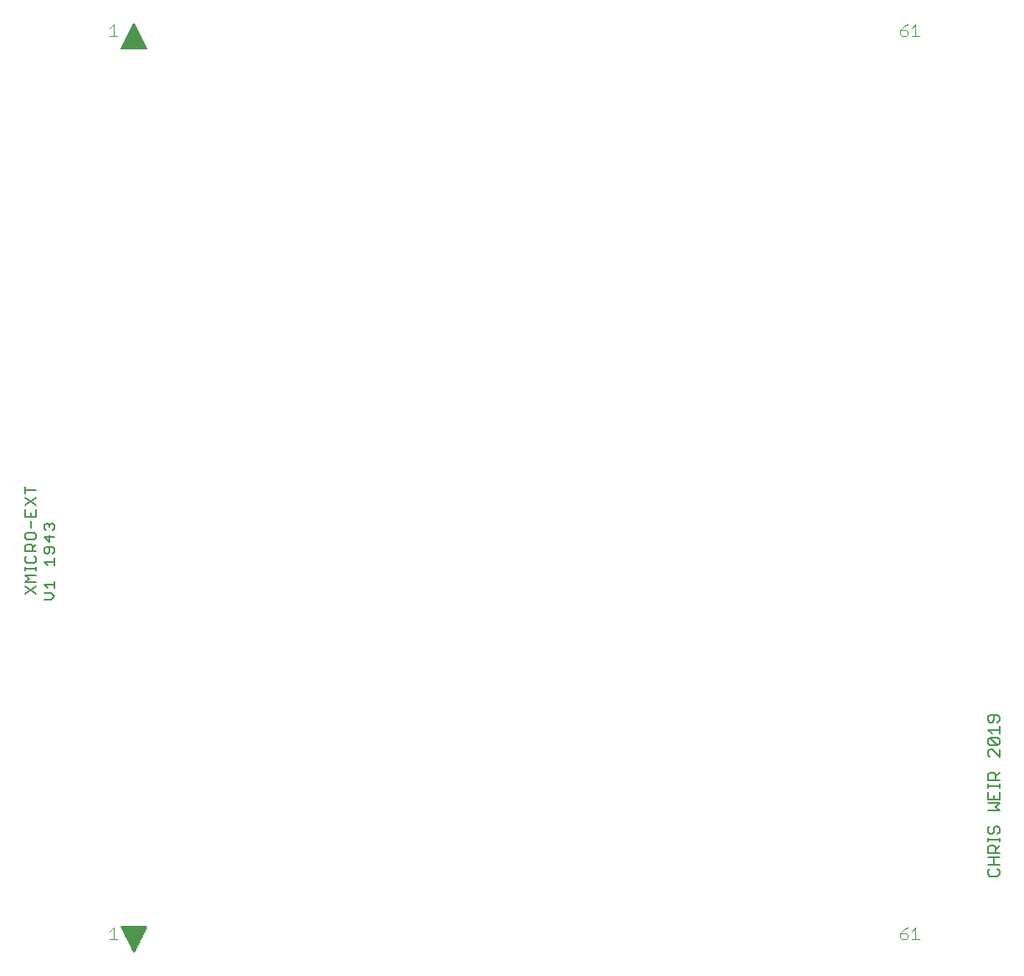
<source format=gto>
G75*
G70*
%OFA0B0*%
%FSLAX24Y24*%
%IPPOS*%
%LPD*%
%AMOC8*
5,1,8,0,0,1.08239X$1,22.5*
%
%ADD10C,0.0080*%
%ADD11C,0.0050*%
%ADD12C,0.0040*%
D10*
X000845Y017890D02*
X001265Y018170D01*
X001265Y018350D02*
X000845Y018350D01*
X000985Y018491D01*
X000845Y018631D01*
X001265Y018631D01*
X001265Y018811D02*
X001265Y018951D01*
X001265Y018881D02*
X000845Y018881D01*
X000845Y018811D02*
X000845Y018951D01*
X000915Y019118D02*
X001195Y019118D01*
X001265Y019188D01*
X001265Y019328D01*
X001195Y019398D01*
X001265Y019578D02*
X000845Y019578D01*
X000845Y019788D01*
X000915Y019858D01*
X001055Y019858D01*
X001125Y019788D01*
X001125Y019578D01*
X001125Y019718D02*
X001265Y019858D01*
X001195Y020038D02*
X001265Y020109D01*
X001265Y020249D01*
X001195Y020319D01*
X000915Y020319D01*
X000845Y020249D01*
X000845Y020109D01*
X000915Y020038D01*
X001195Y020038D01*
X001595Y020152D02*
X001805Y019942D01*
X001805Y020222D01*
X002015Y020152D02*
X001595Y020152D01*
X001665Y020402D02*
X001595Y020472D01*
X001595Y020613D01*
X001665Y020683D01*
X001735Y020683D01*
X001805Y020613D01*
X001875Y020683D01*
X001945Y020683D01*
X002015Y020613D01*
X002015Y020472D01*
X001945Y020402D01*
X001805Y020542D02*
X001805Y020613D01*
X001265Y020959D02*
X001265Y021240D01*
X001265Y021420D02*
X000845Y021700D01*
X000845Y021880D02*
X000845Y022160D01*
X000845Y022020D02*
X001265Y022020D01*
X001265Y021700D02*
X000845Y021420D01*
X000845Y021240D02*
X000845Y020959D01*
X001265Y020959D01*
X001055Y020959D02*
X001055Y021099D01*
X001055Y020779D02*
X001055Y020499D01*
X001665Y019762D02*
X001595Y019692D01*
X001595Y019552D01*
X001665Y019482D01*
X001735Y019482D01*
X001805Y019552D01*
X001805Y019762D01*
X001945Y019762D02*
X001665Y019762D01*
X001945Y019762D02*
X002015Y019692D01*
X002015Y019552D01*
X001945Y019482D01*
X002015Y019301D02*
X002015Y019021D01*
X002015Y019161D02*
X001595Y019161D01*
X001735Y019021D01*
X002015Y018381D02*
X002015Y018100D01*
X002015Y018241D02*
X001595Y018241D01*
X001735Y018100D01*
X001875Y017920D02*
X001595Y017920D01*
X001875Y017920D02*
X002015Y017780D01*
X001875Y017640D01*
X001595Y017640D01*
X001265Y017890D02*
X000845Y018170D01*
X000915Y019118D02*
X000845Y019188D01*
X000845Y019328D01*
X000915Y019398D01*
D11*
X004680Y004600D02*
X005180Y003600D01*
X005680Y004600D01*
X004680Y004600D01*
X004702Y004555D02*
X005658Y004555D01*
X005633Y004507D02*
X004727Y004507D01*
X004751Y004458D02*
X005609Y004458D01*
X005585Y004410D02*
X004775Y004410D01*
X004799Y004361D02*
X005561Y004361D01*
X005536Y004313D02*
X004824Y004313D01*
X004848Y004264D02*
X005512Y004264D01*
X005488Y004216D02*
X004872Y004216D01*
X004896Y004167D02*
X005464Y004167D01*
X005439Y004119D02*
X004921Y004119D01*
X004945Y004070D02*
X005415Y004070D01*
X005391Y004022D02*
X004969Y004022D01*
X004993Y003973D02*
X005367Y003973D01*
X005342Y003925D02*
X005018Y003925D01*
X005042Y003876D02*
X005318Y003876D01*
X005294Y003828D02*
X005066Y003828D01*
X005090Y003779D02*
X005270Y003779D01*
X005245Y003731D02*
X005115Y003731D01*
X005139Y003682D02*
X005221Y003682D01*
X005197Y003634D02*
X005163Y003634D01*
X004680Y039600D02*
X005180Y040600D01*
X005680Y039600D01*
X004680Y039600D01*
X004690Y039621D02*
X005670Y039621D01*
X005645Y039669D02*
X004715Y039669D01*
X004739Y039718D02*
X005621Y039718D01*
X005597Y039766D02*
X004763Y039766D01*
X004787Y039815D02*
X005573Y039815D01*
X005548Y039863D02*
X004812Y039863D01*
X004836Y039912D02*
X005524Y039912D01*
X005500Y039960D02*
X004860Y039960D01*
X004884Y040009D02*
X005476Y040009D01*
X005451Y040057D02*
X004909Y040057D01*
X004933Y040106D02*
X005427Y040106D01*
X005403Y040154D02*
X004957Y040154D01*
X004981Y040203D02*
X005379Y040203D01*
X005354Y040251D02*
X005006Y040251D01*
X005030Y040300D02*
X005330Y040300D01*
X005306Y040348D02*
X005054Y040348D01*
X005078Y040397D02*
X005282Y040397D01*
X005257Y040445D02*
X005103Y040445D01*
X005127Y040494D02*
X005233Y040494D01*
X005209Y040542D02*
X005151Y040542D01*
X005175Y040591D02*
X005185Y040591D01*
X039205Y012989D02*
X039205Y012839D01*
X039280Y012764D01*
X039355Y012764D01*
X039430Y012839D01*
X039430Y013064D01*
X039580Y013064D02*
X039280Y013064D01*
X039205Y012989D01*
X039580Y013064D02*
X039655Y012989D01*
X039655Y012839D01*
X039580Y012764D01*
X039655Y012603D02*
X039655Y012303D01*
X039655Y012453D02*
X039205Y012453D01*
X039355Y012303D01*
X039280Y012143D02*
X039580Y011843D01*
X039655Y011918D01*
X039655Y012068D01*
X039580Y012143D01*
X039280Y012143D01*
X039205Y012068D01*
X039205Y011918D01*
X039280Y011843D01*
X039580Y011843D01*
X039655Y011683D02*
X039655Y011382D01*
X039355Y011683D01*
X039280Y011683D01*
X039205Y011608D01*
X039205Y011457D01*
X039280Y011382D01*
X039280Y010762D02*
X039430Y010762D01*
X039505Y010687D01*
X039505Y010462D01*
X039505Y010612D02*
X039655Y010762D01*
X039655Y010462D02*
X039205Y010462D01*
X039205Y010687D01*
X039280Y010762D01*
X039205Y010305D02*
X039205Y010155D01*
X039205Y010230D02*
X039655Y010230D01*
X039655Y010155D02*
X039655Y010305D01*
X039655Y009995D02*
X039655Y009694D01*
X039205Y009694D01*
X039205Y009995D01*
X039430Y009844D02*
X039430Y009694D01*
X039655Y009534D02*
X039205Y009534D01*
X039205Y009234D02*
X039655Y009234D01*
X039505Y009384D01*
X039655Y009534D01*
X039580Y008613D02*
X039505Y008613D01*
X039430Y008538D01*
X039430Y008388D01*
X039355Y008313D01*
X039280Y008313D01*
X039205Y008388D01*
X039205Y008538D01*
X039280Y008613D01*
X039580Y008613D02*
X039655Y008538D01*
X039655Y008388D01*
X039580Y008313D01*
X039655Y008156D02*
X039655Y008006D01*
X039655Y008081D02*
X039205Y008081D01*
X039205Y008006D02*
X039205Y008156D01*
X039280Y007846D02*
X039430Y007846D01*
X039505Y007771D01*
X039505Y007546D01*
X039505Y007696D02*
X039655Y007846D01*
X039655Y007546D02*
X039205Y007546D01*
X039205Y007771D01*
X039280Y007846D01*
X039205Y007386D02*
X039655Y007386D01*
X039430Y007386D02*
X039430Y007085D01*
X039580Y006925D02*
X039655Y006850D01*
X039655Y006700D01*
X039580Y006625D01*
X039280Y006625D01*
X039205Y006700D01*
X039205Y006850D01*
X039280Y006925D01*
X039205Y007085D02*
X039655Y007085D01*
D12*
X004507Y004120D02*
X004200Y004120D01*
X004353Y004120D02*
X004353Y004580D01*
X004200Y004427D01*
X004200Y040120D02*
X004507Y040120D01*
X004353Y040120D02*
X004353Y040580D01*
X004200Y040427D01*
X035700Y040350D02*
X035930Y040350D01*
X036007Y040273D01*
X036007Y040197D01*
X035930Y040120D01*
X035777Y040120D01*
X035700Y040197D01*
X035700Y040350D01*
X035853Y040504D01*
X036007Y040580D01*
X036160Y040427D02*
X036314Y040580D01*
X036314Y040120D01*
X036467Y040120D02*
X036160Y040120D01*
X036007Y004580D02*
X035853Y004504D01*
X035700Y004350D01*
X035930Y004350D01*
X036007Y004273D01*
X036007Y004197D01*
X035930Y004120D01*
X035777Y004120D01*
X035700Y004197D01*
X035700Y004350D01*
X036160Y004427D02*
X036314Y004580D01*
X036314Y004120D01*
X036467Y004120D02*
X036160Y004120D01*
M02*

</source>
